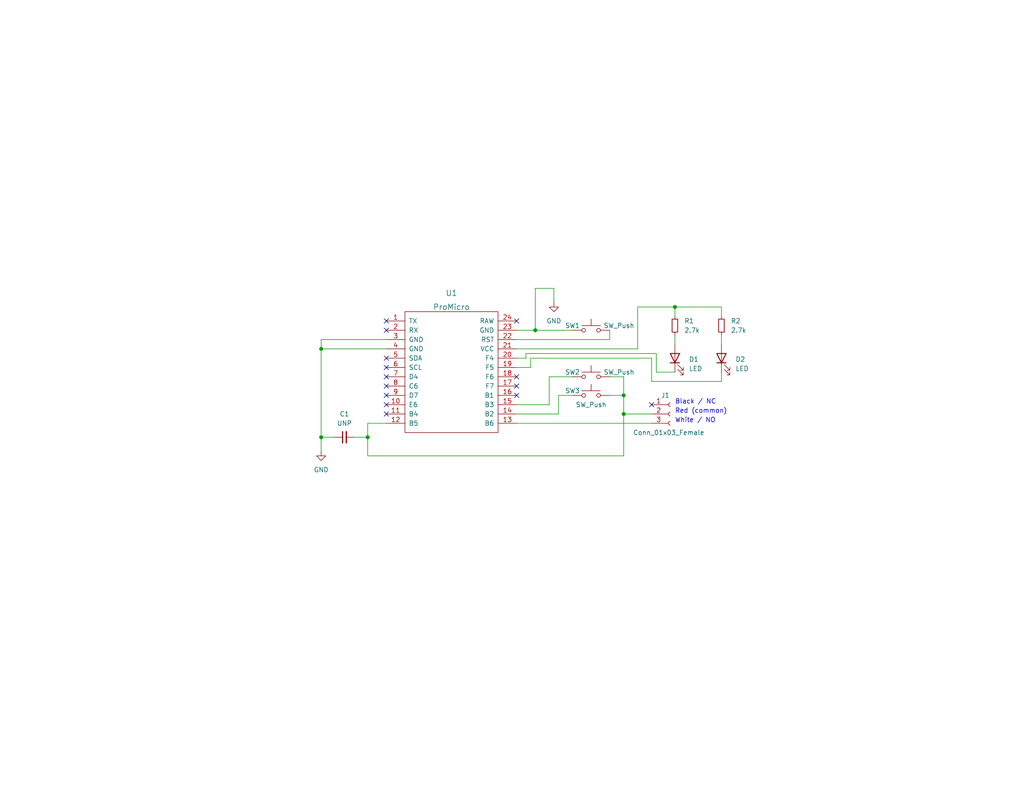
<source format=kicad_sch>
(kicad_sch (version 20211123) (generator eeschema)
  (paper "A")
  (title_block (title "vimclutch") (date "2023-03-06") (rev "A1") (company "blu"))
  (lib_symbols
    (symbol "Connector:Conn_01x03_Female" (pin_names (offset 1.016) hide)
      (property "Reference" "J" (at 0 5.08 0))
      (property "Value" "Conn_01x03_Female" (at 0 -5.08 0))
      (symbol "Conn_01x03_Female_1_1"
        (arc (start 0 -2.032) (mid -0.508 -2.54) (end 0 -3.048) (stroke (width 0.1524)))
        (polyline (pts (xy -1.27 -2.54) (xy -0.508 -2.54)) (stroke (width 0.1524)))
        (polyline (pts (xy -1.27 0) (xy -0.508 0)) (stroke (width 0.1524)))
        (polyline (pts (xy -1.27 2.54) (xy -0.508 2.54)) (stroke (width 0.1524)))
        (arc (start 0 0.508) (mid -0.508 0) (end 0 -0.508) (stroke (width 0.1524)))
        (arc (start 0 3.048) (mid -0.508 2.54) (end 0 2.032) (stroke (width 0.1524)))
        (pin passive line (at -5.08 2.54 0) (length 3.81) (name "Pin_1") (number "1"))
        (pin passive line (at -5.08 0 0) (length 3.81) (name "Pin_2") (number "2"))
        (pin passive line (at -5.08 -2.54 0) (length 3.81) (name "Pin_3") (number "3"))
      )
    )
    (symbol "Device:C_Small" (pin_numbers hide) (pin_names (offset 0.254) hide)
      (property "Reference" "C" (at 0.254 1.778 0))
      (property "Value" "C_Small" (at 0.254 -2.032 0))
      (symbol "C_Small_0_1"
        (polyline (pts (xy -1.524 -0.508) (xy 1.524 -0.508)) (stroke (width 0.3302)))
        (polyline (pts (xy -1.524 0.508) (xy 1.524 0.508)) (stroke (width 0.3048)))
      )
      (symbol "C_Small_1_1"
        (pin passive line (at 0 2.54 270) (length 2.032) (name "~") (number "1"))
        (pin passive line (at 0 -2.54 90) (length 2.032) (name "~") (number "2"))
      )
    )
    (symbol "Device:LED" (pin_numbers hide) (pin_names (offset 1.016) hide)
      (property "Reference" "D" (at 0 2.54 0))
      (property "Value" "LED" (at 0 -2.54 0))
      (symbol "LED_0_1"
        (polyline (pts (xy -1.27 -1.27) (xy -1.27 1.27)) (stroke (width 0.254)))
        (polyline (pts (xy -1.27 0) (xy 1.27 0)))
        (polyline (pts (xy 1.27 -1.27) (xy 1.27 1.27) (xy -1.27 0) (xy 1.27 -1.27)) (stroke (width 0.254)))
        (polyline (pts (xy -3.048 -0.762) (xy -4.572 -2.286) (xy -3.81 -2.286) (xy -4.572 -2.286) (xy -4.572 -1.524)))
        (polyline (pts (xy -1.778 -0.762) (xy -3.302 -2.286) (xy -2.54 -2.286) (xy -3.302 -2.286) (xy -3.302 -1.524)))
      )
      (symbol "LED_1_1"
        (pin passive line (at -3.81 0 0) (length 2.54) (name "K") (number "1"))
        (pin passive line (at 3.81 0 180) (length 2.54) (name "A") (number "2"))
      )
    )
    (symbol "Device:R_Small" (pin_numbers hide) (pin_names (offset 0.254) hide)
      (property "Reference" "R" (at 0.762 0.508 0))
      (property "Value" "R_Small" (at 0.762 -1.016 0))
      (symbol "R_Small_0_1"
        (rectangle (start -0.762 1.778) (end 0.762 -1.778) (stroke (width 0.2032)))
      )
      (symbol "R_Small_1_1"
        (pin passive line (at 0 2.54 270) (length 0.762) (name "~") (number "1"))
        (pin passive line (at 0 -2.54 90) (length 0.762) (name "~") (number "2"))
      )
    )
    (symbol "Promicro:ProMicro" (pin_names (offset 1.016))
      (property "Reference" "U" (at 0 24.13 0))
      (property "Value" "ProMicro" (at 0 -13.97 0))
      (symbol "ProMicro_0_1"
        (rectangle (start -12.7 21.59) (end 12.7 -11.43))
      )
      (symbol "ProMicro_1_1"
        (pin bidirectional line (at -17.78 19.05 0) (length 5.08) (name "TX") (number "1"))
        (pin bidirectional line (at -17.78 -3.81 0) (length 5.08) (name "E6") (number "10"))
        (pin bidirectional line (at -17.78 -6.35 0) (length 5.08) (name "B4") (number "11"))
        (pin bidirectional line (at -17.78 -8.89 0) (length 5.08) (name "B5") (number "12"))
        (pin bidirectional line (at 17.78 -8.89 180) (length 5.08) (name "B6") (number "13"))
        (pin bidirectional line (at 17.78 -6.35 180) (length 5.08) (name "B2") (number "14"))
        (pin bidirectional line (at 17.78 -3.81 180) (length 5.08) (name "B3") (number "15"))
        (pin bidirectional line (at 17.78 -1.27 180) (length 5.08) (name "B1") (number "16"))
        (pin bidirectional line (at 17.78 1.27 180) (length 5.08) (name "F7") (number "17"))
        (pin bidirectional line (at 17.78 3.81 180) (length 5.08) (name "F6") (number "18"))
        (pin bidirectional line (at 17.78 6.35 180) (length 5.08) (name "F5") (number "19"))
        (pin bidirectional line (at -17.78 16.51 0) (length 5.08) (name "RX") (number "2"))
        (pin bidirectional line (at 17.78 8.89 180) (length 5.08) (name "F4") (number "20"))
        (pin power_in line (at 17.78 11.43 180) (length 5.08) (name "VCC") (number "21"))
        (pin input line (at 17.78 13.97 180) (length 5.08) (name "RST") (number "22"))
        (pin power_in line (at 17.78 16.51 180) (length 5.08) (name "GND") (number "23"))
        (pin power_out line (at 17.78 19.05 180) (length 5.08) (name "RAW") (number "24"))
        (pin power_in line (at -17.78 13.97 0) (length 5.08) (name "GND") (number "3"))
        (pin power_in line (at -17.78 11.43 0) (length 5.08) (name "GND") (number "4"))
        (pin bidirectional line (at -17.78 8.89 0) (length 5.08) (name "SDA") (number "5"))
        (pin bidirectional line (at -17.78 6.35 0) (length 5.08) (name "SCL") (number "6"))
        (pin bidirectional line (at -17.78 3.81 0) (length 5.08) (name "D4") (number "7"))
        (pin bidirectional line (at -17.78 1.27 0) (length 5.08) (name "C6") (number "8"))
        (pin bidirectional line (at -17.78 -1.27 0) (length 5.08) (name "D7") (number "9"))
      )
    )
    (symbol "Switch:SW_Push" (pin_numbers hide) (pin_names (offset 1.016) hide)
      (property "Reference" "SW" (at 1.27 2.54 0))
      (property "Value" "SW_Push" (at 0 -1.524 0))
      (symbol "SW_Push_0_1"
        (circle (center -2.032 0) (radius 0.508))
        (polyline (pts (xy 0 1.27) (xy 0 3.048)))
        (polyline (pts (xy 2.54 1.27) (xy -2.54 1.27)))
        (circle (center 2.032 0) (radius 0.508))
        (pin passive line (at -5.08 0 0) (length 2.54) (name "1") (number "1"))
        (pin passive line (at 5.08 0 180) (length 2.54) (name "2") (number "2"))
      )
    )
    (symbol "power:GND" (power) (pin_names (offset 0))
      (property "Value" "GND" (at 0 -3.81 0))
      (symbol "GND_0_1"
        (polyline (pts (xy 0 0) (xy 0 -1.27) (xy 1.27 -1.27) (xy 0 -2.54) (xy -1.27 -1.27) (xy 0 -1.27)))
      )
      (symbol "GND_1_1"
        (pin power_in line (at 0 0 270) (length 0) hide (name "GND") (number "1"))
      )
    )
  )
  (junction (at 170.18 113.03))
  (junction (at 146.05 90.17))
  (junction (at 170.18 107.95))
  (junction (at 184.15 83.82))
  (junction (at 100.33 119.38))
  (junction (at 87.63 95.25))
  (junction (at 87.63 119.38))
  (no_connect (at 140.97 105.41))
  (no_connect (at 140.97 102.87))
  (no_connect (at 140.97 107.95))
  (no_connect (at 105.41 107.95))
  (no_connect (at 105.41 110.49))
  (no_connect (at 105.41 113.03))
  (no_connect (at 105.41 87.63))
  (no_connect (at 105.41 90.17))
  (no_connect (at 140.97 87.63))
  (no_connect (at 105.41 97.79))
  (no_connect (at 105.41 100.33))
  (no_connect (at 105.41 102.87))
  (no_connect (at 105.41 105.41))
  (no_connect (at 177.8 110.49))
  (wire (pts (xy 96.52 119.38) (xy 100.33 119.38)))
  (wire (pts (xy 146.05 90.17) (xy 156.21 90.17)))
  (wire (pts (xy 140.97 100.33) (xy 144.78 100.33)))
  (wire (pts (xy 140.97 90.17) (xy 146.05 90.17)))
  (wire (pts (xy 170.18 107.95) (xy 170.18 113.03)))
  (wire (pts (xy 87.63 119.38) (xy 91.44 119.38)))
  (wire (pts (xy 140.97 97.79) (xy 143.51 97.79)))
  (wire (pts (xy 140.97 115.57) (xy 177.8 115.57)))
  (wire (pts (xy 170.18 102.87) (xy 170.18 107.95)))
  (wire (pts (xy 184.15 83.82) (xy 184.15 86.36)))
  (wire (pts (xy 144.78 97.79) (xy 144.78 100.33)))
  (wire (pts (xy 184.15 91.44) (xy 184.15 93.98)))
  (wire (pts (xy 149.86 110.49) (xy 149.86 102.87)))
  (wire (pts (xy 149.86 102.87) (xy 156.21 102.87)))
  (wire (pts (xy 166.37 102.87) (xy 170.18 102.87)))
  (wire (pts (xy 152.4 113.03) (xy 152.4 107.95)))
  (wire (pts (xy 143.51 96.52) (xy 179.07 96.52)))
  (wire (pts (xy 173.99 95.25) (xy 173.99 83.82)))
  (wire (pts (xy 152.4 107.95) (xy 156.21 107.95)))
  (wire (pts (xy 87.63 92.71) (xy 87.63 95.25)))
  (wire (pts (xy 184.15 101.6) (xy 179.07 101.6)))
  (wire (pts (xy 166.37 90.17) (xy 166.37 92.71)))
  (wire (pts (xy 143.51 97.79) (xy 143.51 96.52)))
  (wire (pts (xy 146.05 90.17) (xy 146.05 78.74)))
  (wire (pts (xy 100.33 119.38) (xy 100.33 124.46)))
  (wire (pts (xy 140.97 113.03) (xy 152.4 113.03)))
  (wire (pts (xy 87.63 119.38) (xy 87.63 95.25)))
  (wire (pts (xy 105.41 115.57) (xy 100.33 115.57)))
  (wire (pts (xy 166.37 92.71) (xy 140.97 92.71)))
  (wire (pts (xy 166.37 107.95) (xy 170.18 107.95)))
  (wire (pts (xy 177.8 104.14) (xy 196.85 104.14)))
  (wire (pts (xy 184.15 83.82) (xy 196.85 83.82)))
  (wire (pts (xy 170.18 124.46) (xy 170.18 113.03)))
  (wire (pts (xy 100.33 115.57) (xy 100.33 119.38)))
  (wire (pts (xy 179.07 101.6) (xy 179.07 96.52)))
  (wire (pts (xy 100.33 124.46) (xy 170.18 124.46)))
  (wire (pts (xy 140.97 95.25) (xy 173.99 95.25)))
  (wire (pts (xy 87.63 95.25) (xy 105.41 95.25)))
  (wire (pts (xy 196.85 104.14) (xy 196.85 101.6)))
  (wire (pts (xy 151.13 78.74) (xy 151.13 82.55)))
  (wire (pts (xy 144.78 97.79) (xy 177.8 97.79)))
  (wire (pts (xy 105.41 92.71) (xy 87.63 92.71)))
  (wire (pts (xy 196.85 83.82) (xy 196.85 86.36)))
  (wire (pts (xy 170.18 113.03) (xy 177.8 113.03)))
  (wire (pts (xy 146.05 78.74) (xy 151.13 78.74)))
  (wire (pts (xy 140.97 110.49) (xy 149.86 110.49)))
  (wire (pts (xy 177.8 97.79) (xy 177.8 104.14)))
  (wire (pts (xy 196.85 91.44) (xy 196.85 93.98)))
  (wire (pts (xy 173.99 83.82) (xy 184.15 83.82)))
  (wire (pts (xy 87.63 123.19) (xy 87.63 119.38)))
  (text "Black / NC" (at 184.15 110.49 0) (effects (font (size 1.27 1.27)) (justify left bottom)))
  (text "Red (common)" (at 184.15 113.03 0) (effects (font (size 1.27 1.27)) (justify left bottom)))
  (text "White / NO" (at 184.15 115.57 0) (effects (font (size 1.27 1.27)) (justify left bottom)))
  (symbol (lib_id "Promicro:ProMicro") (at 123.19 106.68 0) (unit 1)
    (property "Reference" "U1" (at 123.19 80.01 0) (effects (font (size 1.524 1.524))))
    (property "Value" "ProMicro" (at 123.19 83.82 0) (effects (font (size 1.524 1.524))))
    (property "Footprint" "Promicro':ProMicro" (effects hide))
  )
  (symbol (lib_id "Device:R_Small") (at 196.85 88.9 0) (unit 1)
    (property "Reference" "R2" (at 199.39 87.6299 0) (effects (justify left)))
    (property "Value" "2.7k" (at 199.39 90.1699 0) (effects (justify left)))
    (property "Footprint" "Resistor_SMD:R_0805_2012Metric" (effects hide))
  )
  (symbol (lib_id "Device:LED") (at 196.85 97.79 90) (unit 1)
    (property "Reference" "D2" (at 200.66 98.1074 90) (effects (justify right)))
    (property "Value" "LED" (at 200.66 100.6474 90) (effects (justify right)))
    (property "Footprint" "LED_THT:LED_D5.0mm" (effects hide))
  )
  (symbol (lib_id "power:GND") (at 151.13 82.55 0) (unit 1)
    (property "Reference" "#PWR02" (effects hide))
    (property "Value" "GND" (at 151.13 87.63 0))
  )
  (symbol (lib_id "Connector:Conn_01x03_Female") (at 182.88 113.03 0) (unit 1)
    (property "Reference" "J1" (at 180.34 107.95 0) (effects (justify left)))
    (property "Value" "Conn_01x03_Female" (at 172.72 118.11 0) (effects (justify left)))
    (property "Footprint" "Connector_PinHeader_2.00mm:PinHeader_1x03_P2.00mm_Vertical" (effects hide))
  )
  (symbol (lib_id "power:GND") (at 87.63 123.19 0) (unit 1)
    (property "Reference" "#PWR01" (effects hide))
    (property "Value" "GND" (at 87.63 128.27 0))
  )
  (symbol (lib_id "Device:R_Small") (at 184.15 88.9 0) (unit 1)
    (property "Reference" "R1" (at 186.69 87.6299 0) (effects (justify left)))
    (property "Value" "2.7k" (at 186.69 90.1699 0) (effects (justify left)))
    (property "Footprint" "Resistor_SMD:R_0805_2012Metric" (effects hide))
  )
  (symbol (lib_id "Device:LED") (at 184.15 97.79 90) (unit 1)
    (property "Reference" "D1" (at 187.96 98.1074 90) (effects (justify right)))
    (property "Value" "LED" (at 187.96 100.6474 90) (effects (justify right)))
    (property "Footprint" "LED_THT:LED_D5.0mm" (effects hide))
  )
  (symbol (lib_id "Switch:SW_Push") (at 161.29 102.87 0) (unit 1)
    (property "Reference" "SW2" (at 156.21 101.6 0))
    (property "Value" "SW_Push" (at 168.91 101.6 0))
    (property "Footprint" "Button_Switch_THT:SW_PUSH_6mm_H5mm" (effects hide))
  )
  (symbol (lib_id "Device:C_Small") (at 93.98 119.38 90) (unit 1)
    (property "Reference" "C1" (at 93.9863 113.03 90))
    (property "Value" "UNP" (at 93.9863 115.57 90))
    (property "Footprint" "Capacitor_SMD:C_0805_2012Metric" (effects hide))
  )
  (symbol (lib_id "Switch:SW_Push") (at 161.29 107.95 0) (unit 1)
    (property "Reference" "SW3" (at 156.21 106.68 0))
    (property "Value" "SW_Push" (at 161.29 110.49 0))
    (property "Footprint" "Button_Switch_THT:SW_PUSH_6mm_H5mm" (effects hide))
  )
  (symbol (lib_id "Switch:SW_Push") (at 161.29 90.17 0) (unit 1)
    (property "Reference" "SW1" (at 156.21 88.9 0))
    (property "Value" "SW_Push" (at 168.91 88.9 0))
    (property "Footprint" "Button_Switch_THT:SW_PUSH_6mm_H5mm" (effects hide))
  )
)
</source>
